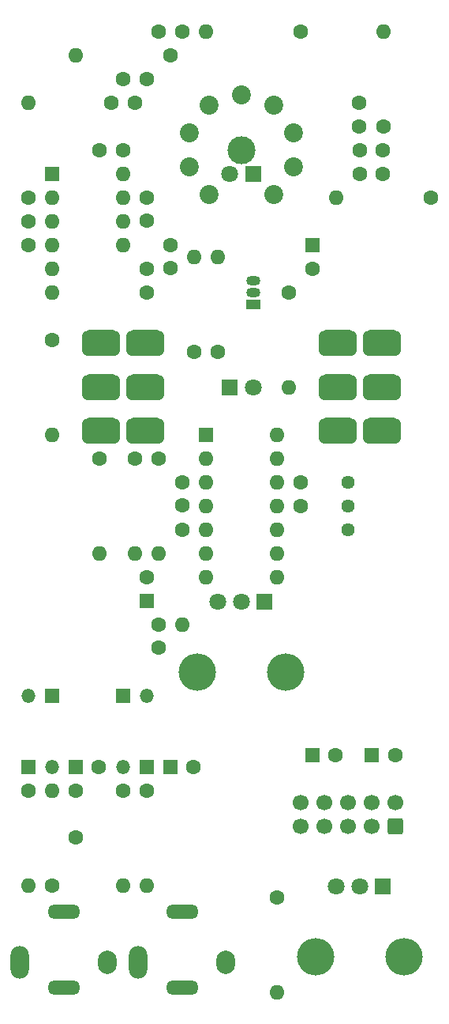
<source format=gbr>
%TF.GenerationSoftware,KiCad,Pcbnew,(6.0.5)*%
%TF.CreationDate,2023-01-21T13:22:40-05:00*%
%TF.ProjectId,valve_distortion,76616c76-655f-4646-9973-746f7274696f,rev?*%
%TF.SameCoordinates,Original*%
%TF.FileFunction,Soldermask,Top*%
%TF.FilePolarity,Negative*%
%FSLAX46Y46*%
G04 Gerber Fmt 4.6, Leading zero omitted, Abs format (unit mm)*
G04 Created by KiCad (PCBNEW (6.0.5)) date 2023-01-21 13:22:40*
%MOMM*%
%LPD*%
G01*
G04 APERTURE LIST*
G04 Aperture macros list*
%AMRoundRect*
0 Rectangle with rounded corners*
0 $1 Rounding radius*
0 $2 $3 $4 $5 $6 $7 $8 $9 X,Y pos of 4 corners*
0 Add a 4 corners polygon primitive as box body*
4,1,4,$2,$3,$4,$5,$6,$7,$8,$9,$2,$3,0*
0 Add four circle primitives for the rounded corners*
1,1,$1+$1,$2,$3*
1,1,$1+$1,$4,$5*
1,1,$1+$1,$6,$7*
1,1,$1+$1,$8,$9*
0 Add four rect primitives between the rounded corners*
20,1,$1+$1,$2,$3,$4,$5,0*
20,1,$1+$1,$4,$5,$6,$7,0*
20,1,$1+$1,$6,$7,$8,$9,0*
20,1,$1+$1,$8,$9,$2,$3,0*%
G04 Aperture macros list end*
%ADD10C,1.600000*%
%ADD11C,1.700000*%
%ADD12RoundRect,0.250000X0.600000X-0.600000X0.600000X0.600000X-0.600000X0.600000X-0.600000X-0.600000X0*%
%ADD13O,1.600000X1.600000*%
%ADD14C,1.440000*%
%ADD15RoundRect,0.698500X-1.333500X-0.698500X1.333500X-0.698500X1.333500X0.698500X-1.333500X0.698500X0*%
%ADD16R,1.600000X1.600000*%
%ADD17C,1.800000*%
%ADD18R,1.800000X1.800000*%
%ADD19O,4.000000X4.000000*%
%ADD20R,1.500000X1.500000*%
%ADD21O,1.500000X1.500000*%
%ADD22R,1.500000X1.050000*%
%ADD23O,1.500000X1.050000*%
%ADD24C,3.000000*%
%ADD25O,3.500000X1.500000*%
%ADD26O,2.000000X2.500000*%
%ADD27O,2.000000X3.500000*%
%ADD28C,2.030000*%
G04 APERTURE END LIST*
D10*
%TO.C,C13*%
X169690000Y-117380000D03*
X169690000Y-114880000D03*
%TD*%
%TO.C,C11*%
X168430000Y-69160000D03*
X168430000Y-71660000D03*
%TD*%
%TO.C,C9*%
X191280000Y-66620000D03*
X193780000Y-66620000D03*
%TD*%
%TO.C,C8*%
X191280000Y-64080000D03*
X193780000Y-64080000D03*
%TD*%
%TO.C,C7*%
X191200000Y-61540000D03*
X191200000Y-59040000D03*
%TD*%
%TO.C,C6*%
X170960000Y-74240000D03*
X170960000Y-76740000D03*
%TD*%
%TO.C,C5*%
X172230000Y-51380000D03*
X169730000Y-51380000D03*
%TD*%
%TO.C,C4*%
X168420000Y-56460000D03*
X165920000Y-56460000D03*
%TD*%
%TO.C,C3*%
X167150000Y-59000000D03*
X164650000Y-59000000D03*
%TD*%
D11*
%TO.C,J3*%
X184930000Y-133930000D03*
X184930000Y-136470000D03*
X187470000Y-133930000D03*
X187470000Y-136470000D03*
X190010000Y-133930000D03*
X190010000Y-136470000D03*
X192550000Y-133930000D03*
X192550000Y-136470000D03*
X195090000Y-133930000D03*
D12*
X195090000Y-136470000D03*
%TD*%
D10*
%TO.C,R15*%
X172230000Y-104720000D03*
D13*
X172230000Y-114880000D03*
%TD*%
D14*
%TO.C,RV3*%
X190010000Y-104720000D03*
X190010000Y-102180000D03*
X190010000Y-99640000D03*
%TD*%
D15*
%TO.C,SW2*%
X188930500Y-84781000D03*
X188930500Y-89480000D03*
X188930500Y-94179000D03*
X193629500Y-84781000D03*
X193629500Y-89480000D03*
X193629500Y-94179000D03*
%TD*%
%TO.C,SW1*%
X163530500Y-84781000D03*
X163530500Y-89480000D03*
X163530500Y-94179000D03*
X168229500Y-84781000D03*
X168229500Y-89480000D03*
X168229500Y-94179000D03*
%TD*%
D16*
%TO.C,U1*%
X158270000Y-66630000D03*
D13*
X158270000Y-69170000D03*
X158270000Y-71710000D03*
X158270000Y-74250000D03*
X165890000Y-74250000D03*
X165890000Y-71710000D03*
X165890000Y-69170000D03*
X165890000Y-66630000D03*
%TD*%
D17*
%TO.C,RV2*%
X176080000Y-112460000D03*
X178580000Y-112460000D03*
D18*
X181080000Y-112460000D03*
D19*
X173830000Y-119960000D03*
X183330000Y-119960000D03*
%TD*%
D10*
%TO.C,R16*%
X165880000Y-132660000D03*
D13*
X165880000Y-142820000D03*
%TD*%
D10*
%TO.C,R3*%
X155720000Y-69160000D03*
D13*
X155720000Y-59000000D03*
%TD*%
D18*
%TO.C,D6*%
X177310000Y-89480000D03*
D17*
X179850000Y-89480000D03*
%TD*%
D16*
%TO.C,U3*%
X174770000Y-94560000D03*
D13*
X174770000Y-97100000D03*
X174770000Y-99640000D03*
X174770000Y-102180000D03*
X174770000Y-104720000D03*
X174770000Y-107260000D03*
X174770000Y-109800000D03*
X182390000Y-109800000D03*
X182390000Y-107260000D03*
X182390000Y-104720000D03*
X182390000Y-102180000D03*
X182390000Y-99640000D03*
X182390000Y-97100000D03*
X182390000Y-94560000D03*
%TD*%
D20*
%TO.C,D4*%
X165880000Y-122500000D03*
D21*
X165880000Y-130120000D03*
%TD*%
D10*
%TO.C,C20*%
X172230000Y-102140000D03*
X172230000Y-99640000D03*
%TD*%
%TO.C,R9*%
X168430000Y-76780000D03*
D13*
X158270000Y-76780000D03*
%TD*%
D10*
%TO.C,R8*%
X198900000Y-69160000D03*
D13*
X188740000Y-69160000D03*
%TD*%
D10*
%TO.C,R1*%
X158260000Y-142820000D03*
D13*
X158260000Y-132660000D03*
%TD*%
D10*
%TO.C,C1*%
X160800000Y-132660000D03*
X160800000Y-137660000D03*
%TD*%
%TO.C,R19*%
X183660000Y-79320000D03*
D13*
X183660000Y-89480000D03*
%TD*%
D20*
%TO.C,D2*%
X158260000Y-122495000D03*
D21*
X158260000Y-130115000D03*
%TD*%
D10*
%TO.C,R20*%
X176040000Y-85670000D03*
D13*
X176040000Y-75510000D03*
%TD*%
D16*
%TO.C,C16*%
X186200000Y-128850000D03*
D10*
X188700000Y-128850000D03*
%TD*%
%TO.C,R13*%
X167150000Y-97100000D03*
D13*
X167150000Y-107260000D03*
%TD*%
D22*
%TO.C,Q1*%
X179850000Y-80590000D03*
D23*
X179850000Y-79320000D03*
X179850000Y-78050000D03*
%TD*%
D24*
%TO.C,H1*%
X178580000Y-64080000D03*
%TD*%
D10*
%TO.C,R17*%
X168420000Y-132660000D03*
D13*
X168420000Y-142820000D03*
%TD*%
D16*
%TO.C,C10*%
X186200000Y-74280000D03*
D10*
X186200000Y-76780000D03*
%TD*%
%TO.C,R5*%
X182390000Y-144090000D03*
D13*
X182390000Y-154250000D03*
%TD*%
D10*
%TO.C,C17*%
X155730000Y-71740000D03*
X155730000Y-74240000D03*
%TD*%
D25*
%TO.C,J1*%
X159530000Y-153740000D03*
X159530000Y-145640000D03*
D26*
X164230000Y-151040000D03*
D27*
X154830000Y-151040000D03*
%TD*%
D10*
%TO.C,R6*%
X184930000Y-51380000D03*
D13*
X174770000Y-51380000D03*
%TD*%
D19*
%TO.C,RV1*%
X196030000Y-150440000D03*
X186530000Y-150440000D03*
D18*
X193780000Y-142940000D03*
D17*
X191280000Y-142940000D03*
X188780000Y-142940000D03*
%TD*%
D10*
%TO.C,R11*%
X163340000Y-97100000D03*
D13*
X163340000Y-107260000D03*
%TD*%
D10*
%TO.C,C19*%
X184930000Y-99680000D03*
X184930000Y-102180000D03*
%TD*%
D25*
%TO.C,J2*%
X172230000Y-153740000D03*
X172230000Y-145640000D03*
D27*
X167530000Y-151040000D03*
D26*
X176930000Y-151040000D03*
%TD*%
D10*
%TO.C,R2*%
X155720000Y-132660000D03*
D13*
X155720000Y-142820000D03*
%TD*%
D16*
%TO.C,C12*%
X168420000Y-112340000D03*
D10*
X168420000Y-109840000D03*
%TD*%
D16*
%TO.C,C15*%
X192590000Y-128850000D03*
D10*
X195090000Y-128850000D03*
%TD*%
%TO.C,R18*%
X173500000Y-85670000D03*
D13*
X173500000Y-75510000D03*
%TD*%
D20*
%TO.C,D1*%
X155720000Y-130120000D03*
D21*
X155720000Y-122500000D03*
%TD*%
D13*
%TO.C,R4*%
X160800000Y-53920000D03*
D10*
X170960000Y-53920000D03*
%TD*%
%TO.C,R12*%
X168430000Y-79320000D03*
D13*
X158270000Y-79320000D03*
%TD*%
D10*
%TO.C,C18*%
X165880000Y-64080000D03*
X163380000Y-64080000D03*
%TD*%
D16*
%TO.C,C14*%
X170960000Y-130120000D03*
D10*
X173460000Y-130120000D03*
%TD*%
D16*
%TO.C,C2*%
X160800000Y-130120000D03*
D10*
X163300000Y-130120000D03*
%TD*%
%TO.C,R10*%
X158260000Y-84400000D03*
D13*
X158260000Y-94560000D03*
%TD*%
D10*
%TO.C,R14*%
X169690000Y-97100000D03*
D13*
X169690000Y-107260000D03*
%TD*%
D10*
%TO.C,R7*%
X193820000Y-61540000D03*
D13*
X193820000Y-51380000D03*
%TD*%
D20*
%TO.C,D3*%
X168420000Y-130120000D03*
D21*
X168420000Y-122500000D03*
%TD*%
D28*
%TO.C,U2*%
X182030000Y-68830000D03*
X184180000Y-65900000D03*
X184180000Y-62250000D03*
X182030000Y-59320000D03*
X178580000Y-58180000D03*
X175120000Y-59320000D03*
X172970000Y-62250000D03*
X172970000Y-65860000D03*
X175120000Y-68830000D03*
%TD*%
D18*
%TO.C,D5*%
X179850000Y-66620000D03*
D17*
X177310000Y-66620000D03*
%TD*%
M02*

</source>
